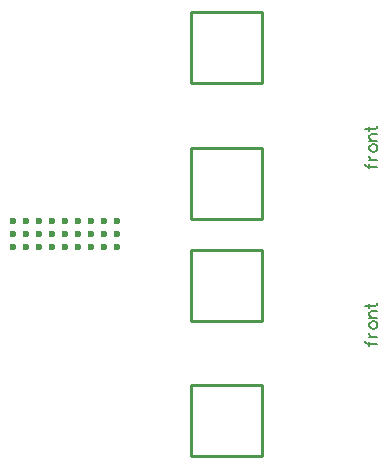
<source format=gbr>
G04 DipTrace 3.1.0.1*
G04 tas5806mROUTE.TopAssy.gbr*
%MOIN*%
G04 #@! TF.FileFunction,Drawing,Top*
G04 #@! TF.Part,Single*
%ADD10C,0.009843*%
%ADD28C,0.023622*%
%ADD67C,0.006176*%
%FSLAX26Y26*%
G04*
G70*
G90*
G75*
G01*
G04 TopAssy*
%LPD*%
X1681408Y1921562D2*
D10*
X1917647D1*
Y1685342D1*
X1681408D1*
Y1921562D1*
Y1468806D2*
X1917647D1*
Y1232586D1*
X1681408D1*
Y1468806D1*
Y677468D2*
X1917647D1*
Y441247D1*
X1681408D1*
Y677468D1*
Y1130224D2*
X1917647D1*
Y894003D1*
X1681408D1*
Y1130224D1*
D28*
X1390079Y1224729D3*
Y1181417D3*
Y1138106D3*
X1346772Y1224729D3*
Y1181417D3*
Y1138106D3*
X1303465Y1224729D3*
Y1181417D3*
Y1138106D3*
X1260157Y1224729D3*
Y1181417D3*
Y1138106D3*
X1216850Y1224729D3*
Y1181417D3*
Y1138106D3*
X1173543Y1224729D3*
Y1181417D3*
Y1138106D3*
X1130236Y1224729D3*
Y1181417D3*
Y1138106D3*
X1086929Y1224729D3*
Y1181417D3*
Y1138106D3*
X1433386Y1224729D3*
Y1181417D3*
Y1138106D3*
X2261904Y1416339D2*
D67*
Y1412537D1*
X2263805Y1408690D1*
X2269553Y1406789D1*
X2302096D1*
X2275301Y1401041D2*
Y1414438D1*
Y1428691D2*
X2302096D1*
X2286797D2*
X2281049Y1430636D1*
X2277202Y1434439D1*
X2275301Y1438285D1*
Y1444033D1*
Y1465935D2*
X2277202Y1462133D1*
X2281049Y1458286D1*
X2286797Y1456385D1*
X2290600D1*
X2296348Y1458286D1*
X2300150Y1462133D1*
X2302096Y1465935D1*
Y1471683D1*
X2300150Y1475530D1*
X2296348Y1479333D1*
X2290600Y1481278D1*
X2286797D1*
X2281049Y1479333D1*
X2277202Y1475530D1*
X2275301Y1471683D1*
Y1465935D1*
Y1493630D2*
X2302096D1*
X2282950D2*
X2277202Y1499378D1*
X2275301Y1503224D1*
Y1508928D1*
X2277202Y1512775D1*
X2282950Y1514676D1*
X2302096D1*
X2261904Y1532776D2*
X2294446D1*
X2300150Y1534677D1*
X2302096Y1538524D1*
Y1542326D1*
X2275301Y1527028D2*
Y1540425D1*
X2261904Y825788D2*
Y821986D1*
X2263805Y818139D1*
X2269553Y816238D1*
X2302096D1*
X2275301Y810490D2*
Y823887D1*
Y838140D2*
X2302096Y838139D1*
X2286797Y838140D2*
X2281049Y840085D1*
X2277202Y843888D1*
X2275301Y847734D1*
Y853482D1*
Y875384D2*
X2277202Y871582D1*
X2281049Y867735D1*
X2286797Y865834D1*
X2290600D1*
X2296348Y867735D1*
X2300150Y871582D1*
X2302096Y875384D1*
Y881132D1*
X2300150Y884979D1*
X2296348Y888782D1*
X2290600Y890727D1*
X2286797D1*
X2281049Y888782D1*
X2277202Y884979D1*
X2275301Y881132D1*
Y875384D1*
Y903078D2*
X2302096D1*
X2282950D2*
X2277202Y908826D1*
X2275301Y912673D1*
Y918377D1*
X2277202Y922224D1*
X2282950Y924125D1*
X2302096D1*
X2261904Y942225D2*
X2294446D1*
X2300150Y944126D1*
X2302096Y947973D1*
Y951775D1*
X2275301Y936476D2*
Y949874D1*
M02*

</source>
